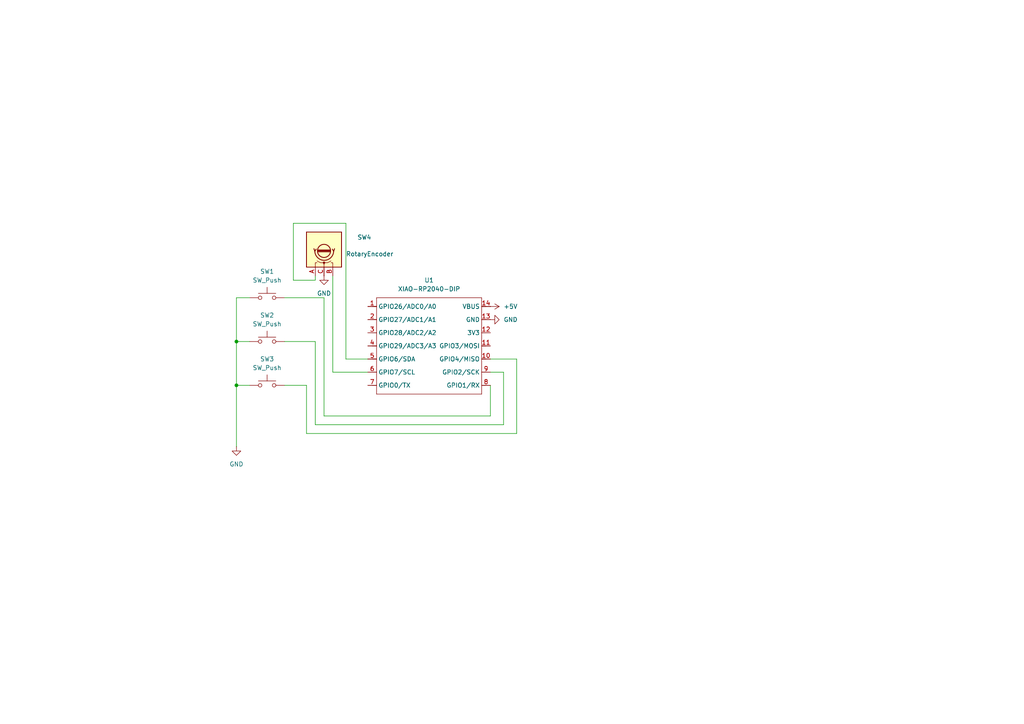
<source format=kicad_sch>
(kicad_sch (version 20250114) (generator "eeschema") (generator_version "9.0")
  (paper "A4")
  (lib_symbols
    (symbol "Device:RotaryEncoder" (pin_names (offset 0.254) (hide yes))
      (property "Reference" "SW" (at 0 6.604 0))
      (property "Value" "RotaryEncoder" (at 0 -6.604 0))
      (symbol "RotaryEncoder_0_1"
        (rectangle (start -5.08 5.08) (end 5.08 -5.08) (stroke (width 0.254)) (fill (type background)))
        (polyline (pts (xy -5.08 2.54) (xy -3.81 2.54) (xy -3.81 2.032)))
        (polyline (pts (xy -5.08 0) (xy -3.81 0) (xy -3.81 -1.016) (xy -3.302 -2.032)))
        (polyline (pts (xy -5.08 -2.54) (xy -3.81 -2.54) (xy -3.81 -2.032)))
        (polyline (pts (xy -4.318 0) (xy -3.81 0) (xy -3.81 1.016) (xy -3.302 2.032)))
        (circle (center -3.81 0) (radius 0.254) (fill (type outline)))
        (polyline (pts (xy -0.635 -1.778) (xy -0.635 1.778)) (stroke (width 0.254)))
        (circle (center -0.381 0) (radius 1.905) (stroke (width 0.254)))
        (polyline (pts (xy -0.381 -1.778) (xy -0.381 1.778)) (stroke (width 0.254)))
        (arc (start -0.381 -2.794) (mid -3.0988 -0.0635) (end -0.381 2.667) (stroke (width 0.254)))
        (polyline (pts (xy -0.127 1.778) (xy -0.127 -1.778)) (stroke (width 0.254)))
        (polyline (pts (xy 0.254 2.921) (xy -0.508 2.667) (xy 0.127 2.286)) (stroke (width 0.254)))
        (polyline (pts (xy 0.254 -3.048) (xy -0.508 -2.794) (xy 0.127 -2.413)) (stroke (width 0.254)))
      )
      (symbol "RotaryEncoder_1_1"
        (pin passive line (at -7.62 2.54 0) (length 2.54) (name "A") (number "A"))
        (pin passive line (at -7.62 0 0) (length 2.54) (name "C") (number "C"))
        (pin passive line (at -7.62 -2.54 0) (length 2.54) (name "B") (number "B"))
      )
    )
    (symbol "OPL_HP:XIAO-RP2040-DIP"
      (property "Reference" "U" (at 0 0 0))
      (property "Value" "XIAO-RP2040-DIP" (at 5.334 -1.778 0))
      (symbol "XIAO-RP2040-DIP_1_0"
        (polyline (pts (xy -1.27 -2.54) (xy 29.21 -2.54)) (stroke (width 0.1524)))
        (polyline (pts (xy -1.27 -5.08) (xy -2.54 -5.08)) (stroke (width 0.1524)))
        (polyline (pts (xy -1.27 -5.08) (xy -1.27 -2.54)) (stroke (width 0.1524)))
        (polyline (pts (xy -1.27 -8.89) (xy -2.54 -8.89)) (stroke (width 0.1524)))
        (polyline (pts (xy -1.27 -8.89) (xy -1.27 -5.08)) (stroke (width 0.1524)))
        (polyline (pts (xy -1.27 -12.7) (xy -2.54 -12.7)) (stroke (width 0.1524)))
        (polyline (pts (xy -1.27 -12.7) (xy -1.27 -8.89)) (stroke (width 0.1524)))
        (polyline (pts (xy -1.27 -16.51) (xy -2.54 -16.51)) (stroke (width 0.1524)))
        (polyline (pts (xy -1.27 -16.51) (xy -1.27 -12.7)) (stroke (width 0.1524)))
        (polyline (pts (xy -1.27 -20.32) (xy -2.54 -20.32)) (stroke (width 0.1524)))
        (polyline (pts (xy -1.27 -24.13) (xy -2.54 -24.13)) (stroke (width 0.1524)))
        (polyline (pts (xy -1.27 -27.94) (xy -2.54 -27.94)) (stroke (width 0.1524)))
        (polyline (pts (xy -1.27 -30.48) (xy -1.27 -16.51)) (stroke (width 0.1524)))
        (polyline (pts (xy 29.21 -2.54) (xy 29.21 -5.08)) (stroke (width 0.1524)))
        (polyline (pts (xy 29.21 -5.08) (xy 29.21 -8.89)) (stroke (width 0.1524)))
        (polyline (pts (xy 29.21 -8.89) (xy 29.21 -12.7)) (stroke (width 0.1524)))
        (polyline (pts (xy 29.21 -12.7) (xy 29.21 -30.48)) (stroke (width 0.1524)))
        (polyline (pts (xy 29.21 -30.48) (xy -1.27 -30.48)) (stroke (width 0.1524)))
        (polyline (pts (xy 30.48 -5.08) (xy 29.21 -5.08)) (stroke (width 0.1524)))
        (polyline (pts (xy 30.48 -8.89) (xy 29.21 -8.89)) (stroke (width 0.1524)))
        (polyline (pts (xy 30.48 -12.7) (xy 29.21 -12.7)) (stroke (width 0.1524)))
        (polyline (pts (xy 30.48 -16.51) (xy 29.21 -16.51)) (stroke (width 0.1524)))
        (polyline (pts (xy 30.48 -20.32) (xy 29.21 -20.32)) (stroke (width 0.1524)))
        (polyline (pts (xy 30.48 -24.13) (xy 29.21 -24.13)) (stroke (width 0.1524)))
        (polyline (pts (xy 30.48 -27.94) (xy 29.21 -27.94)) (stroke (width 0.1524)))
        (pin passive line (at -3.81 -5.08 0) (length 2.54) (name "GPIO26/ADC0/A0") (number "1"))
        (pin passive line (at -3.81 -8.89 0) (length 2.54) (name "GPIO27/ADC1/A1") (number "2"))
        (pin passive line (at -3.81 -12.7 0) (length 2.54) (name "GPIO28/ADC2/A2") (number "3"))
        (pin passive line (at -3.81 -16.51 0) (length 2.54) (name "GPIO29/ADC3/A3") (number "4"))
        (pin passive line (at -3.81 -20.32 0) (length 2.54) (name "GPIO6/SDA") (number "5"))
        (pin passive line (at -3.81 -24.13 0) (length 2.54) (name "GPIO7/SCL") (number "6"))
        (pin passive line (at -3.81 -27.94 0) (length 2.54) (name "GPIO0/TX") (number "7"))
        (pin passive line (at 31.75 -5.08 180) (length 2.54) (name "VBUS") (number "14"))
        (pin passive line (at 31.75 -8.89 180) (length 2.54) (name "GND") (number "13"))
        (pin passive line (at 31.75 -12.7 180) (length 2.54) (name "3V3") (number "12"))
        (pin passive line (at 31.75 -16.51 180) (length 2.54) (name "GPIO3/MOSI") (number "11"))
        (pin passive line (at 31.75 -20.32 180) (length 2.54) (name "GPIO4/MISO") (number "10"))
        (pin passive line (at 31.75 -24.13 180) (length 2.54) (name "GPIO2/SCK") (number "9"))
        (pin passive line (at 31.75 -27.94 180) (length 2.54) (name "GPIO1/RX") (number "8"))
      )
    )
    (symbol "Switch:SW_Push" (pin_numbers (hide yes)) (pin_names (offset 1.016) (hide yes))
      (property "Reference" "SW" (at 1.27 2.54 0))
      (property "Value" "SW_Push" (at 0 -1.524 0))
      (symbol "SW_Push_0_1"
        (circle (center -2.032 0) (radius 0.508))
        (polyline (pts (xy 0 1.27) (xy 0 3.048)))
        (circle (center 2.032 0) (radius 0.508))
        (polyline (pts (xy 2.54 1.27) (xy -2.54 1.27)))
        (pin passive line (at -5.08 0 0) (length 2.54) (name "1") (number "1"))
        (pin passive line (at 5.08 0 180) (length 2.54) (name "2") (number "2"))
      )
    )
    (symbol "power:+5V" (power) (pin_numbers (hide yes)) (pin_names (offset 0) (hide yes))
      (property "Value" "+5V" (at 0 3.556 0))
      (symbol "+5V_0_1"
        (polyline (pts (xy -0.762 1.27) (xy 0 2.54)))
        (polyline (pts (xy 0 2.54) (xy 0.762 1.27)))
        (polyline (pts (xy 0 0) (xy 0 2.54)))
      )
      (symbol "+5V_1_1"
        (pin power_in line (at 0 0 90) (length 0) (name "~") (number "1"))
      )
    )
    (symbol "power:GND" (power) (pin_numbers (hide yes)) (pin_names (offset 0) (hide yes))
      (property "Value" "GND" (at 0 -3.81 0))
      (symbol "GND_0_1"
        (polyline (pts (xy 0 0) (xy 0 -1.27) (xy 1.27 -1.27) (xy 0 -2.54) (xy -1.27 -1.27) (xy 0 -1.27)))
      )
      (symbol "GND_1_1"
        (pin power_in line (at 0 0 270) (length 0) (name "~") (number "1"))
      )
    )
  )
  (junction (at 68.58 111.76))
  (junction (at 68.58 99.06))
  (wire (pts (xy 85.09 81.28) (xy 85.09 64.77)))
  (wire (pts (xy 149.86 125.73) (xy 149.86 104.14)))
  (wire (pts (xy 93.98 86.36) (xy 93.98 120.65)))
  (wire (pts (xy 146.05 123.19) (xy 146.05 107.95)))
  (wire (pts (xy 85.09 64.77) (xy 100.33 64.77)))
  (wire (pts (xy 82.55 86.36) (xy 93.98 86.36)))
  (wire (pts (xy 68.58 111.76) (xy 68.58 129.54)))
  (wire (pts (xy 68.58 99.06) (xy 68.58 111.76)))
  (wire (pts (xy 100.33 104.14) (xy 106.68 104.14)))
  (wire (pts (xy 146.05 107.95) (xy 142.24 107.95)))
  (wire (pts (xy 96.52 107.95) (xy 106.68 107.95)))
  (wire (pts (xy 100.33 64.77) (xy 100.33 104.14)))
  (wire (pts (xy 91.44 99.06) (xy 91.44 123.19)))
  (wire (pts (xy 88.9 111.76) (xy 88.9 125.73)))
  (wire (pts (xy 91.44 123.19) (xy 146.05 123.19)))
  (wire (pts (xy 142.24 111.76) (xy 142.24 120.65)))
  (wire (pts (xy 93.98 120.65) (xy 142.24 120.65)))
  (wire (pts (xy 68.58 111.76) (xy 72.39 111.76)))
  (wire (pts (xy 88.9 125.73) (xy 149.86 125.73)))
  (wire (pts (xy 96.52 80.01) (xy 96.52 107.95)))
  (wire (pts (xy 91.44 81.28) (xy 85.09 81.28)))
  (wire (pts (xy 91.44 80.01) (xy 91.44 81.28)))
  (wire (pts (xy 142.24 104.14) (xy 149.86 104.14)))
  (wire (pts (xy 68.58 86.36) (xy 68.58 99.06)))
  (wire (pts (xy 82.55 111.76) (xy 88.9 111.76)))
  (wire (pts (xy 72.39 86.36) (xy 68.58 86.36)))
  (wire (pts (xy 68.58 99.06) (xy 72.39 99.06)))
  (wire (pts (xy 82.55 99.06) (xy 91.44 99.06)))
  (symbol (lib_id "Device:RotaryEncoder") (at 93.98 72.39 90) (unit 1)
    (property "Reference" "SW4" (at 103.632 68.834 90) (effects (justify right)))
    (property "Value" "RotaryEncoder" (at 100.33 73.6599 90) (effects (justify right)))
    (property "Footprint" "Rotary_Encoder:RotaryEncoder_Alps_EC11E-Switch_Vertical_H20mm" (effects (hide yes)))
    (property "Description" "Rotary encoder, dual channel, incremental quadrate outputs" (effects (hide yes)))
  )
  (symbol (lib_id "Switch:SW_Push") (at 77.47 86.36 0) (unit 1)
    (property "Reference" "SW1" (at 77.47 78.74 0))
    (property "Value" "SW_Push" (at 77.47 81.28 0))
    (property "Footprint" "Button_Switch_Keyboard:SW_Cherry_MX_1.00u_PCB" (effects (hide yes)))
    (property "Description" "Push button switch, generic, two pins" (effects (hide yes)))
  )
  (symbol (lib_id "power:GND") (at 68.58 129.54 0) (unit 1)
    (property "Reference" "#PWR01" (effects (hide yes)))
    (property "Value" "GND" (at 68.58 134.62 0))
    (property "Description" "Power symbol creates a global label with name \"GND\" , ground" (effects (hide yes)))
  )
  (symbol (lib_id "power:GND") (at 142.24 92.71 90) (unit 1)
    (property "Reference" "#PWR05" (effects (hide yes)))
    (property "Value" "GND" (at 146.05 92.7099 90) (effects (justify right)))
    (property "Description" "Power symbol creates a global label with name \"GND\" , ground" (effects (hide yes)))
  )
  (symbol (lib_id "Switch:SW_Push") (at 77.47 99.06 0) (unit 1)
    (property "Reference" "SW2" (at 77.47 91.44 0))
    (property "Value" "SW_Push" (at 77.47 93.98 0))
    (property "Footprint" "Button_Switch_Keyboard:SW_Cherry_MX_1.00u_PCB" (effects (hide yes)))
    (property "Description" "Push button switch, generic, two pins" (effects (hide yes)))
  )
  (symbol (lib_id "power:GND") (at 93.98 80.01 0) (unit 1)
    (property "Reference" "#PWR02" (effects (hide yes)))
    (property "Value" "GND" (at 93.98 85.09 0))
    (property "Description" "Power symbol creates a global label with name \"GND\" , ground" (effects (hide yes)))
  )
  (symbol (lib_id "OPL_HP:XIAO-RP2040-DIP") (at 110.49 83.82 0) (unit 1)
    (property "Reference" "U1" (at 124.46 81.28 0))
    (property "Value" "XIAO-RP2040-DIP" (at 124.46 83.82 0))
    (property "Footprint" "OPL_HP:XIAO-RP2040-DIP" (effects (hide yes)))
  )
  (symbol (lib_id "Switch:SW_Push") (at 77.47 111.76 0) (unit 1)
    (property "Reference" "SW3" (at 77.47 104.14 0))
    (property "Value" "SW_Push" (at 77.47 106.68 0))
    (property "Footprint" "Button_Switch_Keyboard:SW_Cherry_MX_1.00u_PCB" (effects (hide yes)))
    (property "Description" "Push button switch, generic, two pins" (effects (hide yes)))
  )
  (symbol (lib_id "power:+5V") (at 142.24 88.9 270) (unit 1)
    (property "Reference" "#PWR04" (effects (hide yes)))
    (property "Value" "+5V" (at 146.05 88.8999 90) (effects (justify left)))
    (property "Description" "Power symbol creates a global label with name \"+5V\"" (effects (hide yes)))
  )
)
</source>
